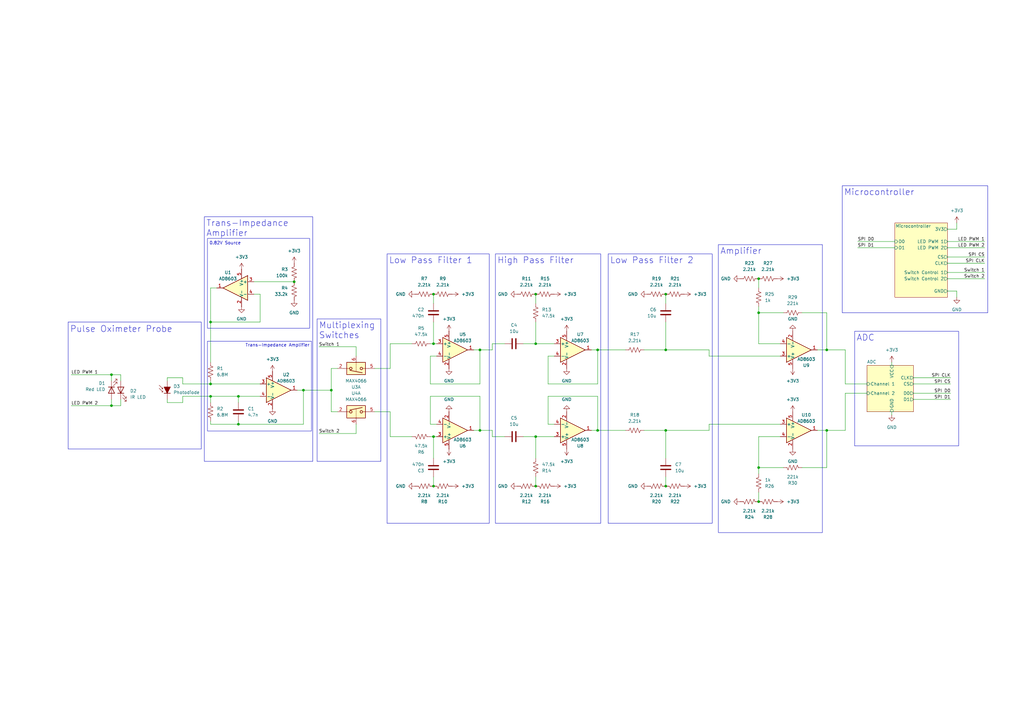
<source format=kicad_sch>
(kicad_sch (version 20231120) (generator "eeschema") (generator_version "8.0")
  (paper "A3")
  (title_block (title "Pulse Oximeter") (date "2024-03-07") (rev "1") (company "ENGS 129") (comment 1 "Renan Laurore") (comment 2 "Andrei Gerashchenko"))
  (lib_symbols
    (symbol "Amplifier_Operational:AD8603" (pin_names (offset 0.127))
      (property "Reference" "U" (at 0 5.08 0))
      (property "Value" "AD8603" (at 0 -5.08 0))
      (symbol "AD8603_0_1"
        (polyline (pts (xy -5.08 5.08) (xy 5.08 0) (xy -5.08 -5.08) (xy -5.08 5.08)) (stroke (width 0.254)) (fill (type background)))
        (pin power_in line (at -2.54 -7.62 90) (length 3.81) (name "V-") (number "2"))
        (pin power_in line (at -2.54 7.62 270) (length 3.81) (name "V+") (number "5"))
      )
      (symbol "AD8603_1_1"
        (pin output line (at 7.62 0 180) (length 2.54) (name "~") (number "1"))
        (pin input line (at -7.62 2.54 0) (length 2.54) (name "+") (number "3"))
        (pin input line (at -7.62 -2.54 0) (length 2.54) (name "-") (number "4"))
      )
    )
    (symbol "Analog_Switch:DG9422DV" (pin_names (offset 0.254))
      (property "Reference" "U" (at -3.683 5.334 0))
      (property "Value" "DG9422DV" (at -3.683 3.556 0))
      (symbol "DG9422DV_1_1"
        (rectangle (start -3.81 2.54) (end 3.81 -2.54) (stroke (width 0.254)) (fill (type background)))
        (circle (center -2.159 0) (radius 0.508) (stroke (width 0.254)))
        (polyline (pts (xy -5.08 0) (xy -2.794 0)))
        (polyline (pts (xy -2.54 0.762) (xy 2.54 1.778)) (stroke (width 0.254)))
        (polyline (pts (xy 0 -2.54) (xy 0 -2.032)))
        (polyline (pts (xy 0 -1.778) (xy 0 -1.524)))
        (polyline (pts (xy 0 -1.27) (xy 0 -1.016)))
        (polyline (pts (xy 0 -0.762) (xy 0 -0.508)))
        (polyline (pts (xy 0 -0.254) (xy 0 0)))
        (polyline (pts (xy 0 0.254) (xy 0 0.508)))
        (polyline (pts (xy 0 0.762) (xy 0 1.016)))
        (polyline (pts (xy 5.08 0) (xy 2.794 0)))
        (circle (center 2.159 0) (radius 0.508) (stroke (width 0.254)))
        (pin passive line (at -7.62 0 0) (length 2.54) (name "~") (number "2"))
        (pin passive line (at 7.62 0 180) (length 2.54) (name "~") (number "5"))
        (pin input line (at 0 -5.08 90) (length 2.54) (name "~") (number "6"))
      )
      (symbol "DG9422DV_2_0"
        (pin power_in line (at 0 12.7 270) (length 2.54) (name "V+") (number "1"))
        (pin power_in line (at 2.54 -12.7 90) (length 2.54) (name "V-") (number "3"))
        (pin power_in line (at 0 -12.7 90) (length 2.54) (name "GND") (number "4"))
      )
      (symbol "DG9422DV_2_1"
        (rectangle (start -3.81 10.16) (end 6.35 -10.16) (stroke (width 0.254)) (fill (type background)))
      )
    )
    (symbol "Device:C" (pin_numbers hide) (pin_names (offset 0.254))
      (property "Reference" "C" (at 0.635 2.54 0))
      (property "Value" "C" (at 0.635 -2.54 0))
      (symbol "C_0_1"
        (polyline (pts (xy -2.032 -0.762) (xy 2.032 -0.762)) (stroke (width 0.508)))
        (polyline (pts (xy -2.032 0.762) (xy 2.032 0.762)) (stroke (width 0.508)))
      )
      (symbol "C_1_1"
        (pin passive line (at 0 3.81 270) (length 2.794) (name "~") (number "1"))
        (pin passive line (at 0 -3.81 90) (length 2.794) (name "~") (number "2"))
      )
    )
    (symbol "Device:D_Photo_Filled" (pin_numbers hide) (pin_names hide)
      (property "Reference" "D" (at 0.508 1.778 0))
      (property "Value" "D_Photo_Filled" (at -1.016 -2.794 0))
      (symbol "D_Photo_Filled_0_1"
        (polyline (pts (xy -2.54 1.27) (xy -2.54 -1.27)) (stroke (width 0.254)))
        (polyline (pts (xy -2.032 1.778) (xy -1.524 1.778)))
        (polyline (pts (xy 0 0) (xy -2.54 0)))
        (polyline (pts (xy -0.508 3.302) (xy -2.032 1.778) (xy -2.032 2.286)))
        (polyline (pts (xy 0 -1.27) (xy 0 1.27) (xy -2.54 0) (xy 0 -1.27)) (stroke (width 0.254)) (fill (type outline)))
        (polyline (pts (xy 0.762 3.302) (xy -0.762 1.778) (xy -0.762 2.286) (xy -0.762 1.778) (xy -0.254 1.778)))
      )
      (symbol "D_Photo_Filled_1_1"
        (pin passive line (at -5.08 0 0) (length 2.54) (name "K") (number "1"))
        (pin passive line (at 2.54 0 180) (length 2.54) (name "A") (number "2"))
      )
    )
    (symbol "Device:LED" (pin_numbers hide) (pin_names (offset 1.016) hide)
      (property "Reference" "D" (at 0 2.54 0))
      (property "Value" "LED" (at 0 -2.54 0))
      (symbol "LED_0_1"
        (polyline (pts (xy -1.27 -1.27) (xy -1.27 1.27)) (stroke (width 0.254)))
        (polyline (pts (xy -1.27 0) (xy 1.27 0)))
        (polyline (pts (xy 1.27 -1.27) (xy 1.27 1.27) (xy -1.27 0) (xy 1.27 -1.27)) (stroke (width 0.254)))
        (polyline (pts (xy -3.048 -0.762) (xy -4.572 -2.286) (xy -3.81 -2.286) (xy -4.572 -2.286) (xy -4.572 -1.524)))
        (polyline (pts (xy -1.778 -0.762) (xy -3.302 -2.286) (xy -2.54 -2.286) (xy -3.302 -2.286) (xy -3.302 -1.524)))
      )
      (symbol "LED_1_1"
        (pin passive line (at -3.81 0 0) (length 2.54) (name "K") (number "1"))
        (pin passive line (at 3.81 0 180) (length 2.54) (name "A") (number "2"))
      )
    )
    (symbol "Device:R_US" (pin_numbers hide) (pin_names (offset 0))
      (property "Reference" "R" (at 2.54 0 90))
      (property "Value" "R_US" (at -2.54 0 90))
      (symbol "R_US_0_1"
        (polyline (pts (xy 0 -2.286) (xy 0 -2.54)))
        (polyline (pts (xy 0 2.286) (xy 0 2.54)))
        (polyline (pts (xy 0 -0.762) (xy 1.016 -1.143) (xy 0 -1.524) (xy -1.016 -1.905) (xy 0 -2.286)))
        (polyline (pts (xy 0 0.762) (xy 1.016 0.381) (xy 0 0) (xy -1.016 -0.381) (xy 0 -0.762)))
        (polyline (pts (xy 0 2.286) (xy 1.016 1.905) (xy 0 1.524) (xy -1.016 1.143) (xy 0 0.762)))
      )
      (symbol "R_US_1_1"
        (pin passive line (at 0 3.81 270) (length 1.27) (name "~") (number "1"))
        (pin passive line (at 0 -3.81 90) (length 1.27) (name "~") (number "2"))
      )
    )
    (symbol "power:+3V3" (power) (pin_numbers hide) (pin_names (offset 0) hide)
      (property "Value" "+3V3" (at 0 3.556 0))
      (symbol "+3V3_0_1"
        (polyline (pts (xy -0.762 1.27) (xy 0 2.54)))
        (polyline (pts (xy 0 0) (xy 0 2.54)))
        (polyline (pts (xy 0 2.54) (xy 0.762 1.27)))
      )
      (symbol "+3V3_1_1"
        (pin power_in line (at 0 0 90) (length 0) (name "~") (number "1"))
      )
    )
    (symbol "power:GND" (power) (pin_numbers hide) (pin_names (offset 0) hide)
      (property "Value" "GND" (at 0 -3.81 0))
      (symbol "GND_0_1"
        (polyline (pts (xy 0 0) (xy 0 -1.27) (xy 1.27 -1.27) (xy 0 -2.54) (xy -1.27 -1.27) (xy 0 -1.27)))
      )
      (symbol "GND_1_1"
        (pin power_in line (at 0 0 270) (length 0) (name "~") (number "1"))
      )
    )
  )
  (junction (at 86.36 162.56))
  (junction (at 97.79 173.99))
  (junction (at 45.72 153.67))
  (junction (at 339.09 143.51))
  (junction (at 219.71 199.39))
  (junction (at 311.15 205.74))
  (junction (at 273.05 199.39))
  (junction (at 177.8 199.39))
  (junction (at 45.72 166.37))
  (junction (at 245.11 176.53))
  (junction (at 124.46 160.02))
  (junction (at 86.36 132.08))
  (junction (at 97.79 162.56))
  (junction (at 135.89 160.02))
  (junction (at 196.85 176.53))
  (junction (at 339.09 176.53))
  (junction (at 219.71 120.65))
  (junction (at 311.15 114.3))
  (junction (at 196.85 143.51))
  (junction (at 120.65 115.57))
  (junction (at 86.36 157.48))
  (junction (at 245.11 143.51))
  (junction (at 311.15 128.27))
  (junction (at 311.15 191.77))
  (junction (at 219.71 140.97))
  (junction (at 273.05 120.65))
  (junction (at 177.8 179.07))
  (junction (at 177.8 120.65))
  (junction (at 273.05 176.53))
  (junction (at 219.71 179.07))
  (junction (at 177.8 140.97))
  (junction (at 273.05 143.51))
  (wire (pts (xy 168.91 179.07) (xy 160.02 179.07)))
  (wire (pts (xy 311.15 179.07) (xy 320.04 179.07)))
  (wire (pts (xy 388.62 111.76) (xy 403.86 111.76)))
  (wire (pts (xy 320.04 173.99) (xy 290.83 173.99)))
  (wire (pts (xy 328.93 128.27) (xy 339.09 128.27)))
  (wire (pts (xy 177.8 120.65) (xy 177.8 124.46)))
  (wire (pts (xy 290.83 176.53) (xy 273.05 176.53)))
  (wire (pts (xy 86.36 165.1) (xy 86.36 162.56)))
  (wire (pts (xy 346.71 157.48) (xy 346.71 143.51)))
  (wire (pts (xy 97.79 172.72) (xy 97.79 173.99)))
  (wire (pts (xy 273.05 143.51) (xy 273.05 132.08)))
  (wire (pts (xy 207.01 140.97) (xy 201.93 140.97)))
  (wire (pts (xy 124.46 160.02) (xy 121.92 160.02)))
  (wire (pts (xy 201.93 176.53) (xy 196.85 176.53)))
  (wire (pts (xy 86.36 172.72) (xy 86.36 173.99)))
  (wire (pts (xy 201.93 143.51) (xy 196.85 143.51)))
  (wire (pts (xy 29.21 153.67) (xy 45.72 153.67)))
  (wire (pts (xy 177.8 140.97) (xy 179.07 140.97)))
  (wire (pts (xy 97.79 162.56) (xy 106.68 162.56)))
  (wire (pts (xy 388.62 105.41) (xy 403.86 105.41)))
  (wire (pts (xy 219.71 140.97) (xy 227.33 140.97)))
  (wire (pts (xy 245.11 157.48) (xy 245.11 143.51)))
  (wire (pts (xy 227.33 146.05) (xy 224.79 146.05)))
  (wire (pts (xy 311.15 140.97) (xy 311.15 128.27)))
  (wire (pts (xy 86.36 157.48) (xy 106.68 157.48)))
  (wire (pts (xy 74.93 165.1) (xy 74.93 162.56)))
  (wire (pts (xy 339.09 176.53) (xy 346.71 176.53)))
  (wire (pts (xy 367.03 99.06) (xy 351.79 99.06)))
  (wire (pts (xy 146.05 173.99) (xy 146.05 177.8)))
  (wire (pts (xy 219.71 199.39) (xy 219.71 195.58)))
  (wire (pts (xy 45.72 153.67) (xy 45.72 156.21)))
  (wire (pts (xy 311.15 179.07) (xy 311.15 191.77)))
  (wire (pts (xy 224.79 162.56) (xy 245.11 162.56)))
  (wire (pts (xy 135.89 168.91) (xy 138.43 168.91)))
  (wire (pts (xy 45.72 166.37) (xy 49.53 166.37)))
  (wire (pts (xy 392.43 91.44) (xy 392.43 93.98)))
  (wire (pts (xy 124.46 160.02) (xy 135.89 160.02)))
  (wire (pts (xy 176.53 157.48) (xy 196.85 157.48)))
  (wire (pts (xy 392.43 93.98) (xy 388.62 93.98)))
  (wire (pts (xy 196.85 176.53) (xy 194.31 176.53)))
  (wire (pts (xy 219.71 132.08) (xy 219.71 140.97)))
  (wire (pts (xy 219.71 179.07) (xy 219.71 187.96)))
  (wire (pts (xy 196.85 143.51) (xy 194.31 143.51)))
  (wire (pts (xy 176.53 162.56) (xy 196.85 162.56)))
  (wire (pts (xy 177.8 199.39) (xy 177.8 195.58)))
  (wire (pts (xy 245.11 143.51) (xy 242.57 143.51)))
  (wire (pts (xy 135.89 160.02) (xy 135.89 168.91)))
  (wire (pts (xy 201.93 140.97) (xy 201.93 143.51)))
  (wire (pts (xy 264.16 143.51) (xy 273.05 143.51)))
  (wire (pts (xy 388.62 101.6) (xy 403.86 101.6)))
  (wire (pts (xy 196.85 157.48) (xy 196.85 143.51)))
  (wire (pts (xy 86.36 132.08) (xy 86.36 148.59)))
  (wire (pts (xy 176.53 173.99) (xy 176.53 162.56)))
  (wire (pts (xy 245.11 162.56) (xy 245.11 176.53)))
  (wire (pts (xy 311.15 191.77) (xy 321.31 191.77)))
  (wire (pts (xy 224.79 157.48) (xy 245.11 157.48)))
  (wire (pts (xy 160.02 140.97) (xy 160.02 151.13)))
  (wire (pts (xy 45.72 163.83) (xy 45.72 166.37)))
  (wire (pts (xy 177.8 187.96) (xy 177.8 179.07)))
  (wire (pts (xy 160.02 140.97) (xy 168.91 140.97)))
  (wire (pts (xy 311.15 205.74) (xy 311.15 201.93)))
  (wire (pts (xy 273.05 187.96) (xy 273.05 176.53)))
  (wire (pts (xy 365.76 168.91) (xy 365.76 170.18)))
  (wire (pts (xy 29.21 166.37) (xy 45.72 166.37)))
  (wire (pts (xy 68.58 154.94) (xy 68.58 156.21)))
  (wire (pts (xy 179.07 146.05) (xy 176.53 146.05)))
  (wire (pts (xy 86.36 132.08) (xy 106.68 132.08)))
  (wire (pts (xy 256.54 176.53) (xy 245.11 176.53)))
  (wire (pts (xy 214.63 179.07) (xy 219.71 179.07)))
  (wire (pts (xy 339.09 128.27) (xy 339.09 143.51)))
  (wire (pts (xy 273.05 199.39) (xy 273.05 195.58)))
  (wire (pts (xy 176.53 140.97) (xy 177.8 140.97)))
  (wire (pts (xy 88.9 118.11) (xy 86.36 118.11)))
  (wire (pts (xy 49.53 156.21) (xy 49.53 153.67)))
  (wire (pts (xy 146.05 142.24) (xy 146.05 146.05)))
  (wire (pts (xy 120.65 115.57) (xy 104.14 115.57)))
  (wire (pts (xy 201.93 179.07) (xy 201.93 176.53)))
  (wire (pts (xy 367.03 101.6) (xy 351.79 101.6)))
  (wire (pts (xy 49.53 166.37) (xy 49.53 163.83)))
  (wire (pts (xy 311.15 114.3) (xy 311.15 118.11)))
  (wire (pts (xy 219.71 120.65) (xy 219.71 124.46)))
  (wire (pts (xy 68.58 165.1) (xy 74.93 165.1)))
  (wire (pts (xy 388.62 114.3) (xy 403.86 114.3)))
  (wire (pts (xy 86.36 162.56) (xy 97.79 162.56)))
  (wire (pts (xy 86.36 118.11) (xy 86.36 132.08)))
  (wire (pts (xy 138.43 151.13) (xy 135.89 151.13)))
  (wire (pts (xy 346.71 161.29) (xy 355.6 161.29)))
  (wire (pts (xy 374.65 163.83) (xy 389.89 163.83)))
  (wire (pts (xy 320.04 146.05) (xy 290.83 146.05)))
  (wire (pts (xy 106.68 132.08) (xy 106.68 120.65)))
  (wire (pts (xy 346.71 176.53) (xy 346.71 161.29)))
  (wire (pts (xy 311.15 128.27) (xy 321.31 128.27)))
  (wire (pts (xy 311.15 128.27) (xy 311.15 125.73)))
  (wire (pts (xy 290.83 173.99) (xy 290.83 176.53)))
  (wire (pts (xy 224.79 173.99) (xy 224.79 162.56)))
  (wire (pts (xy 160.02 179.07) (xy 160.02 168.91)))
  (wire (pts (xy 339.09 143.51) (xy 335.28 143.51)))
  (wire (pts (xy 219.71 179.07) (xy 227.33 179.07)))
  (wire (pts (xy 311.15 191.77) (xy 311.15 194.31)))
  (wire (pts (xy 160.02 168.91) (xy 153.67 168.91)))
  (wire (pts (xy 177.8 179.07) (xy 179.07 179.07)))
  (wire (pts (xy 256.54 143.51) (xy 245.11 143.51)))
  (wire (pts (xy 74.93 162.56) (xy 86.36 162.56)))
  (wire (pts (xy 97.79 162.56) (xy 97.79 165.1)))
  (wire (pts (xy 160.02 151.13) (xy 153.67 151.13)))
  (wire (pts (xy 374.65 161.29) (xy 389.89 161.29)))
  (wire (pts (xy 86.36 173.99) (xy 97.79 173.99)))
  (wire (pts (xy 176.53 179.07) (xy 177.8 179.07)))
  (wire (pts (xy 135.89 151.13) (xy 135.89 160.02)))
  (wire (pts (xy 355.6 157.48) (xy 346.71 157.48)))
  (wire (pts (xy 97.79 173.99) (xy 124.46 173.99)))
  (wire (pts (xy 365.76 148.59) (xy 365.76 149.86)))
  (wire (pts (xy 388.62 99.06) (xy 403.86 99.06)))
  (wire (pts (xy 86.36 156.21) (xy 86.36 157.48)))
  (wire (pts (xy 273.05 120.65) (xy 273.05 124.46)))
  (wire (pts (xy 179.07 173.99) (xy 176.53 173.99)))
  (wire (pts (xy 74.93 154.94) (xy 68.58 154.94)))
  (wire (pts (xy 328.93 191.77) (xy 339.09 191.77)))
  (wire (pts (xy 388.62 107.95) (xy 403.86 107.95)))
  (wire (pts (xy 311.15 140.97) (xy 320.04 140.97)))
  (wire (pts (xy 45.72 153.67) (xy 49.53 153.67)))
  (wire (pts (xy 106.68 120.65) (xy 104.14 120.65)))
  (wire (pts (xy 339.09 191.77) (xy 339.09 176.53)))
  (wire (pts (xy 335.28 176.53) (xy 339.09 176.53)))
  (wire (pts (xy 74.93 157.48) (xy 86.36 157.48)))
  (wire (pts (xy 68.58 163.83) (xy 68.58 165.1)))
  (wire (pts (xy 146.05 142.24) (xy 130.81 142.24)))
  (wire (pts (xy 196.85 162.56) (xy 196.85 176.53)))
  (wire (pts (xy 214.63 140.97) (xy 219.71 140.97)))
  (wire (pts (xy 245.11 176.53) (xy 242.57 176.53)))
  (wire (pts (xy 224.79 146.05) (xy 224.79 157.48)))
  (wire (pts (xy 273.05 176.53) (xy 264.16 176.53)))
  (wire (pts (xy 74.93 157.48) (xy 74.93 154.94)))
  (wire (pts (xy 374.65 157.48) (xy 389.89 157.48)))
  (wire (pts (xy 392.43 119.38) (xy 388.62 119.38)))
  (wire (pts (xy 290.83 146.05) (xy 290.83 143.51)))
  (wire (pts (xy 227.33 173.99) (xy 224.79 173.99)))
  (wire (pts (xy 124.46 173.99) (xy 124.46 160.02)))
  (wire (pts (xy 207.01 179.07) (xy 201.93 179.07)))
  (wire (pts (xy 346.71 143.51) (xy 339.09 143.51)))
  (wire (pts (xy 374.65 154.94) (xy 389.89 154.94)))
  (wire (pts (xy 176.53 146.05) (xy 176.53 157.48)))
  (wire (pts (xy 146.05 177.8) (xy 130.81 177.8)))
  (wire (pts (xy 290.83 143.51) (xy 273.05 143.51)))
  (wire (pts (xy 392.43 121.92) (xy 392.43 119.38)))
  (wire (pts (xy 177.8 132.08) (xy 177.8 140.97)))
  (rectangle (start 158.75 104.14) (end 200.66 214.63))
  (rectangle (start 83.82 88.9) (end 128.27 189.23))
  (rectangle (start 345.44 76.2) (end 405.13 128.27))
  (rectangle (start 294.64 100.33) (end 337.312 218.44))
  (rectangle (start 85.09 139.954) (end 127.762 176.784))
  (rectangle (start 350.52 135.89) (end 393.192 182.88))
  (rectangle (start 130.048 130.81) (end 156.21 189.23))
  (rectangle (start 203.2 104.14) (end 246.38 214.63))
  (rectangle (start 27.94 132.08) (end 82.55 184.15))
  (rectangle (start 249.428 104.14) (end 292.1 214.63))
  (rectangle (start 85.09 97.79) (end 127 134.62))
  (text "Multiplexing\nSwitches" (at 130.81 132.08 0) (effects (font (size 2.54 2.54)) (justify left top)))
  (text "Trans-Impedance\nAmplifier" (at 84.582 90.17 0) (effects (font (size 2.54 2.54)) (justify left top)))
  (text "ADC" (at 351.282 137.16 0) (effects (font (size 2.54 2.54)) (justify left top)))
  (text "Pulse Oximeter Probe" (at 28.702 133.604 0) (effects (font (size 2.54 2.54)) (justify left top)))
  (text "Amplifier" (at 295.402 101.6 0) (effects (font (size 2.54 2.54)) (justify left top)))
  (text "Trans-Impedance Amplifier" (at 127 140.97 0) (effects (font (size 1.27 1.27)) (justify right top)))
  (text "0.82V Source" (at 85.852 99.06 0) (effects (font (size 1.27 1.27)) (justify left top)))
  (text "Low Pass Filter 1" (at 159.512 105.41 0) (effects (font (size 2.54 2.54)) (justify left top)))
  (text "Microcontroller" (at 346.202 77.47 0) (effects (font (size 2.54 2.54)) (justify left top)))
  (text "High Pass Filter" (at 203.962 105.41 0) (effects (font (size 2.54 2.54)) (justify left top)))
  (text "Low Pass Filter 2\n" (at 250.19 105.41 0) (effects (font (size 2.54 2.54)) (justify left top)))
  (label "SPI D0" (at 351.79 99.06 0))
  (label "Switch 2" (at 403.86 114.3 180))
  (label "LED PWM 2" (at 403.86 101.6 180))
  (label "LED PWM 1" (at 403.86 99.06 180))
  (label "Switch 1" (at 130.81 142.24 0))
  (label "SPI D0" (at 389.89 161.29 180))
  (label "SPI CS" (at 403.86 105.41 180))
  (label "Switch 2" (at 130.81 177.8 0))
  (label "SPI CLK" (at 403.86 107.95 180))
  (label "LED PWM 1" (at 29.21 153.67 0))
  (label "SPI D1" (at 389.89 163.83 180))
  (label "Switch 1" (at 403.86 111.76 180))
  (label "SPI D1" (at 351.79 101.6 0))
  (label "SPI CS" (at 389.89 157.48 180))
  (label "SPI CLK" (at 389.89 154.94 180))
  (label "LED PWM 2" (at 29.21 166.37 0))
  (symbol (lib_id "Device:R_US") (at 120.65 119.38 0) (mirror y) (unit 1)
    (property "Reference" "R4" (at 118.11 118.1099 0) (effects (justify left)))
    (property "Value" "33.2k" (at 118.11 120.6499 0) (effects (justify left)))
    (property "Description" "Resistor, US symbol" (effects (hide yes)))
  )
  (symbol (lib_id "power:GND") (at 303.53 114.3 270) (unit 1)
    (property "Reference" "#PWR027" (effects (hide yes)))
    (property "Value" "GND" (at 299.72 114.2999 90) (effects (justify right)))
    (property "Description" "Power symbol creates a global label with name \"GND\" , ground" (effects (hide yes)))
  )
  (symbol (lib_id "Device:R_US") (at 172.72 140.97 90) (unit 1)
    (property "Reference" "R5" (at 172.72 134.62 90))
    (property "Value" "47.5k" (at 172.72 137.16 90))
    (property "Description" "Resistor, US symbol" (effects (hide yes)))
  )
  (symbol (lib_id "Device:R_US") (at 260.35 176.53 90) (unit 1)
    (property "Reference" "R18" (at 260.35 170.18 90))
    (property "Value" "2.21k" (at 260.35 172.72 90))
    (property "Description" "Resistor, US symbol" (effects (hide yes)))
  )
  (symbol (lib_id "power:GND") (at 303.53 205.74 270) (mirror x) (unit 1)
    (property "Reference" "#PWR028" (effects (hide yes)))
    (property "Value" "GND" (at 299.72 205.7401 90) (effects (justify right)))
    (property "Description" "Power symbol creates a global label with name \"GND\" , ground" (effects (hide yes)))
  )
  (symbol (lib_id "Device:D_Photo_Filled") (at 68.58 158.75 90) (unit 1)
    (property "Reference" "D3" (at 71.12 158.4324 90) (effects (justify right)))
    (property "Value" "Photodiode" (at 71.12 160.9724 90) (effects (justify right)))
    (property "Description" "Photodiode, filled shape" (effects (hide yes)))
  )
  (symbol (lib_id "power:GND") (at 170.18 120.65 270) (unit 1)
    (property "Reference" "#PWR07" (effects (hide yes)))
    (property "Value" "GND" (at 166.37 120.6499 90) (effects (justify right)))
    (property "Description" "Power symbol creates a global label with name \"GND\" , ground" (effects (hide yes)))
  )
  (symbol (lib_id "Device:R_US") (at 86.36 152.4 0) (unit 1)
    (property "Reference" "R1" (at 88.9 151.1299 0) (effects (justify left)))
    (property "Value" "6.8M" (at 88.9 153.6699 0) (effects (justify left)))
    (property "Description" "Resistor, US symbol" (effects (hide yes)))
  )
  (symbol (lib_id "power:+3V3") (at 325.12 151.13 0) (mirror x) (unit 1)
    (property "Reference" "#PWR032" (effects (hide yes)))
    (property "Value" "+3V3" (at 325.12 156.21 0))
    (property "Description" "Power symbol creates a global label with name \"+3V3\"" (effects (hide yes)))
  )
  (symbol (lib_id "Amplifier_Operational:AD8603") (at 234.95 176.53 0) (mirror x) (unit 1)
    (property "Reference" "U8" (at 237.998 182.88 0))
    (property "Value" "AD8603" (at 237.998 180.34 0))
    (property "Footprint" "Package_TO_SOT_SMD:TSOT-23-5" (effects (hide yes)))
    (property "Datasheet" "https://www.analog.com/media/en/technical-documentation/data-sheets/AD8603_8607_8609.pdf" (effects (hide yes)))
    (property "Description" "Precision Micropower, Low Noise CMOS, Rail-to-Rail Input/Output Operational Amplifier, TSOT-23-5" (effects (hide yes)))
  )
  (symbol (lib_id "power:+3V3") (at 185.42 120.65 270) (unit 1)
    (property "Reference" "#PWR013" (effects (hide yes)))
    (property "Value" "+3V3" (at 189.23 120.6499 90) (effects (justify left)))
    (property "Description" "Power symbol creates a global label with name \"+3V3\"" (effects (hide yes)))
  )
  (symbol (lib_id "power:GND") (at 232.41 151.13 0) (unit 1)
    (property "Reference" "#PWR020" (effects (hide yes)))
    (property "Value" "GND" (at 232.41 156.21 0))
    (property "Description" "Power symbol creates a global label with name \"GND\" , ground" (effects (hide yes)))
  )
  (symbol (lib_id "power:GND") (at 325.12 135.89 0) (mirror x) (unit 1)
    (property "Reference" "#PWR031" (effects (hide yes)))
    (property "Value" "GND" (at 325.12 130.81 0))
    (property "Description" "Power symbol creates a global label with name \"GND\" , ground" (effects (hide yes)))
  )
  (symbol (lib_id "Device:R_US") (at 173.99 199.39 270) (mirror x) (unit 1)
    (property "Reference" "R8" (at 173.99 205.74 90))
    (property "Value" "2.21k" (at 173.99 203.2 90))
    (property "Description" "Resistor, US symbol" (effects (hide yes)))
  )
  (symbol (lib_id "power:+3V3") (at 227.33 199.39 270) (mirror x) (unit 1)
    (property "Reference" "#PWR018" (effects (hide yes)))
    (property "Value" "+3V3" (at 231.14 199.3901 90) (effects (justify left)))
    (property "Description" "Power symbol creates a global label with name \"+3V3\"" (effects (hide yes)))
  )
  (symbol (lib_id "Device:C") (at 273.05 128.27 0) (mirror x) (unit 1)
    (property "Reference" "C6" (at 269.24 126.9999 0) (effects (justify right)))
    (property "Value" "10u" (at 269.24 129.5399 0) (effects (justify right)))
    (property "Description" "Unpolarized capacitor" (effects (hide yes)))
  )
  (symbol (lib_id "Device:R_US") (at 307.34 114.3 270) (unit 1)
    (property "Reference" "R23" (at 307.34 107.95 90))
    (property "Value" "2.21k" (at 307.34 110.49 90))
    (property "Description" "Resistor, US symbol" (effects (hide yes)))
  )
  (symbol (lib_id "Analog_Switch:DG9422DV") (at 146.05 168.91 0) (unit 1)
    (property "Reference" "U4" (at 146.05 161.29 0))
    (property "Value" "MAX4066" (at 146.05 163.83 0))
    (property "Footprint" "Package_SO:TSOP-6_1.65x3.05mm_P0.95mm" (effects (hide yes)))
    (property "Datasheet" "https://www.vishay.com/docs/70679/dg9421.pdf" (effects (hide yes)))
    (property "Description" "Single SPST Precision Low-Voltage, Low-Glitch CMOS Analog Switch, normally OFF, 2Ohm Ron, TSOP-6" (effects (hide yes)))
  )
  (symbol (lib_id "power:+3V3") (at 111.76 152.4 0) (unit 1)
    (property "Reference" "#PWR03" (effects (hide yes)))
    (property "Value" "+3V3" (at 111.76 147.32 0))
    (property "Description" "Power symbol creates a global label with name \"+3V3\"" (effects (hide yes)))
  )
  (symbol (lib_id "Device:C") (at 210.82 140.97 270) (mirror x) (unit 1)
    (property "Reference" "C4" (at 210.82 133.35 90))
    (property "Value" "10u" (at 210.82 135.89 90))
    (property "Description" "Unpolarized capacitor" (effects (hide yes)))
  )
  (symbol (lib_id "power:+3V3") (at 232.41 135.89 0) (unit 1)
    (property "Reference" "#PWR019" (effects (hide yes)))
    (property "Value" "+3V3" (at 232.41 130.81 0))
    (property "Description" "Power symbol creates a global label with name \"+3V3\"" (effects (hide yes)))
  )
  (symbol (lib_id "Device:C") (at 97.79 168.91 0) (unit 1)
    (property "Reference" "C1" (at 101.6 167.6399 0) (effects (justify left)))
    (property "Value" "4.7n" (at 101.6 170.1799 0) (effects (justify left)))
    (property "Description" "Unpolarized capacitor" (effects (hide yes)))
  )
  (symbol (lib_id "Device:R_US") (at 215.9 120.65 270) (unit 1)
    (property "Reference" "R11" (at 215.9 114.3 90))
    (property "Value" "2.21k" (at 215.9 116.84 90))
    (property "Description" "Resistor, US symbol" (effects (hide yes)))
  )
  (symbol (lib_id "power:+3V3") (at 120.65 107.95 0) (mirror y) (unit 1)
    (property "Reference" "#PWR05" (effects (hide yes)))
    (property "Value" "+3V3" (at 120.65 102.87 0))
    (property "Description" "Power symbol creates a global label with name \"+3V3\"" (effects (hide yes)))
  )
  (symbol (lib_id "power:GND") (at 184.15 168.91 0) (mirror x) (unit 1)
    (property "Reference" "#PWR011" (effects (hide yes)))
    (property "Value" "GND" (at 184.15 163.83 0))
    (property "Description" "Power symbol creates a global label with name \"GND\" , ground" (effects (hide yes)))
  )
  (symbol (lib_id "Device:R_US") (at 260.35 143.51 90) (unit 1)
    (property "Reference" "R17" (at 260.35 137.16 90))
    (property "Value" "2.21k" (at 260.35 139.7 90))
    (property "Description" "Resistor, US symbol" (effects (hide yes)))
  )
  (symbol (lib_id "Device:C") (at 210.82 179.07 270) (unit 1)
    (property "Reference" "C5" (at 210.82 171.45 90))
    (property "Value" "10u" (at 210.82 173.99 90))
    (property "Description" "Unpolarized capacitor" (effects (hide yes)))
  )
  (symbol (lib_id "Device:R_US") (at 223.52 120.65 270) (unit 1)
    (property "Reference" "R15" (at 223.52 114.3 90))
    (property "Value" "2.21k" (at 223.52 116.84 90))
    (property "Description" "Resistor, US symbol" (effects (hide yes)))
  )
  (symbol (lib_id "Amplifier_Operational:AD8603") (at 234.95 143.51 0) (unit 1)
    (property "Reference" "U7" (at 237.998 137.16 0))
    (property "Value" "AD8603" (at 237.998 139.7 0))
    (property "Footprint" "Package_TO_SOT_SMD:TSOT-23-5" (effects (hide yes)))
    (property "Datasheet" "https://www.analog.com/media/en/technical-documentation/data-sheets/AD8603_8607_8609.pdf" (effects (hide yes)))
    (property "Description" "Precision Micropower, Low Noise CMOS, Rail-to-Rail Input/Output Operational Amplifier, TSOT-23-5" (effects (hide yes)))
  )
  (symbol (lib_id "Device:R_US") (at 120.65 111.76 0) (mirror y) (unit 1)
    (property "Reference" "R3" (at 118.11 110.4899 0) (effects (justify left)))
    (property "Value" "100k" (at 118.11 113.0299 0) (effects (justify left)))
    (property "Description" "Resistor, US symbol" (effects (hide yes)))
  )
  (symbol (lib_id "power:GND") (at 99.06 125.73 0) (mirror y) (unit 1)
    (property "Reference" "#PWR02" (effects (hide yes)))
    (property "Value" "GND" (at 99.06 130.81 0))
    (property "Description" "Power symbol creates a global label with name \"GND\" , ground" (effects (hide yes)))
  )
  (symbol (lib_id "Device:R_US") (at 314.96 205.74 270) (mirror x) (unit 1)
    (property "Reference" "R28" (at 314.96 212.09 90))
    (property "Value" "2.21k" (at 314.96 209.55 90))
    (property "Description" "Resistor, US symbol" (effects (hide yes)))
  )
  (symbol (lib_id "Device:R_US") (at 325.12 128.27 90) (unit 1)
    (property "Reference" "R29" (at 325.12 121.92 90))
    (property "Value" "221k" (at 325.12 124.46 90))
    (property "Description" "Resistor, US symbol" (effects (hide yes)))
  )
  (symbol (lib_id "power:+3V3") (at 280.67 120.65 270) (unit 1)
    (property "Reference" "#PWR025" (effects (hide yes)))
    (property "Value" "+3V3" (at 284.48 120.6499 90) (effects (justify left)))
    (property "Description" "Power symbol creates a global label with name \"+3V3\"" (effects (hide yes)))
  )
  (symbol (lib_id "power:GND") (at 212.09 199.39 270) (mirror x) (unit 1)
    (property "Reference" "#PWR016" (effects (hide yes)))
    (property "Value" "GND" (at 208.28 199.3901 90) (effects (justify right)))
    (property "Description" "Power symbol creates a global label with name \"GND\" , ground" (effects (hide yes)))
  )
  (symbol (lib_id "Device:C") (at 177.8 128.27 0) (mirror x) (unit 1)
    (property "Reference" "C2" (at 173.99 126.9999 0) (effects (justify right)))
    (property "Value" "470n" (at 173.99 129.5399 0) (effects (justify right)))
    (property "Description" "Unpolarized capacitor" (effects (hide yes)))
  )
  (symbol (lib_id "power:+3V3") (at 280.67 199.39 270) (mirror x) (unit 1)
    (property "Reference" "#PWR026" (effects (hide yes)))
    (property "Value" "+3V3" (at 284.48 199.3901 90) (effects (justify left)))
    (property "Description" "Power symbol creates a global label with name \"+3V3\"" (effects (hide yes)))
  )
  (symbol (lib_id "power:+3V3") (at 185.42 199.39 270) (mirror x) (unit 1)
    (property "Reference" "#PWR014" (effects (hide yes)))
    (property "Value" "+3V3" (at 189.23 199.3901 90) (effects (justify left)))
    (property "Description" "Power symbol creates a global label with name \"+3V3\"" (effects (hide yes)))
  )
  (symbol (lib_id "Device:R_US") (at 276.86 120.65 270) (unit 1)
    (property "Reference" "R21" (at 276.86 114.3 90))
    (property "Value" "2.21k" (at 276.86 116.84 90))
    (property "Description" "Resistor, US symbol" (effects (hide yes)))
  )
  (symbol (lib_id "Device:R_US") (at 314.96 114.3 270) (unit 1)
    (property "Reference" "R27" (at 314.96 107.95 90))
    (property "Value" "2.21k" (at 314.96 110.49 90))
    (property "Description" "Resistor, US symbol" (effects (hide yes)))
  )
  (symbol (lib_id "Amplifier_Operational:AD8603") (at 96.52 118.11 0) (mirror y) (unit 1)
    (property "Reference" "U1" (at 93.472 111.76 0))
    (property "Value" "AD8603" (at 93.472 114.3 0))
    (property "Footprint" "Package_TO_SOT_SMD:TSOT-23-5" (effects (hide yes)))
    (property "Datasheet" "https://www.analog.com/media/en/technical-documentation/data-sheets/AD8603_8607_8609.pdf" (effects (hide yes)))
    (property "Description" "Precision Micropower, Low Noise CMOS, Rail-to-Rail Input/Output Operational Amplifier, TSOT-23-5" (effects (hide yes)))
  )
  (symbol (lib_id "Device:R_US") (at 181.61 199.39 270) (mirror x) (unit 1)
    (property "Reference" "R10" (at 181.61 205.74 90))
    (property "Value" "2.21k" (at 181.61 203.2 90))
    (property "Description" "Resistor, US symbol" (effects (hide yes)))
  )
  (symbol (lib_id "Device:LED") (at 45.72 160.02 90) (mirror x) (unit 1)
    (property "Reference" "D1" (at 43.18 157.1624 90) (effects (justify left)))
    (property "Value" "Red LED" (at 43.18 159.7024 90) (effects (justify left)))
    (property "Description" "Light emitting diode" (effects (hide yes)))
  )
  (symbol (lib_id "Device:C") (at 177.8 191.77 0) (unit 1)
    (property "Reference" "C3" (at 173.99 193.0401 0) (effects (justify right)))
    (property "Value" "470n" (at 173.99 190.5001 0) (effects (justify right)))
    (property "Description" "Unpolarized capacitor" (effects (hide yes)))
  )
  (symbol (lib_id "power:GND") (at 325.12 184.15 0) (unit 1)
    (property "Reference" "#PWR034" (effects (hide yes)))
    (property "Value" "GND" (at 325.12 189.23 0))
    (property "Description" "Power symbol creates a global label with name \"GND\" , ground" (effects (hide yes)))
  )
  (symbol (lib_id "power:GND") (at 265.43 199.39 270) (mirror x) (unit 1)
    (property "Reference" "#PWR024" (effects (hide yes)))
    (property "Value" "GND" (at 261.62 199.3901 90) (effects (justify right)))
    (property "Description" "Power symbol creates a global label with name \"GND\" , ground" (effects (hide yes)))
  )
  (symbol (lib_id "power:GND") (at 265.43 120.65 270) (unit 1)
    (property "Reference" "#PWR023" (effects (hide yes)))
    (property "Value" "GND" (at 261.62 120.6499 90) (effects (justify right)))
    (property "Description" "Power symbol creates a global label with name \"GND\" , ground" (effects (hide yes)))
  )
  (symbol (lib_id "Device:R_US") (at 219.71 191.77 0) (mirror x) (unit 1)
    (property "Reference" "R14" (at 222.25 193.0401 0) (effects (justify left)))
    (property "Value" "47.5k" (at 222.25 190.5001 0) (effects (justify left)))
    (property "Description" "Resistor, US symbol" (effects (hide yes)))
  )
  (symbol (lib_id "power:+3V3") (at 227.33 120.65 270) (unit 1)
    (property "Reference" "#PWR017" (effects (hide yes)))
    (property "Value" "+3V3" (at 231.14 120.6499 90) (effects (justify left)))
    (property "Description" "Power symbol creates a global label with name \"+3V3\"" (effects (hide yes)))
  )
  (symbol (lib_id "power:+3V3") (at 184.15 184.15 0) (mirror x) (unit 1)
    (property "Reference" "#PWR012" (effects (hide yes)))
    (property "Value" "+3V3" (at 184.15 189.23 0))
    (property "Description" "Power symbol creates a global label with name \"+3V3\"" (effects (hide yes)))
  )
  (symbol (lib_id "power:+3V3") (at 99.06 110.49 0) (mirror y) (unit 1)
    (property "Reference" "#PWR01" (effects (hide yes)))
    (property "Value" "+3V3" (at 99.06 105.41 0))
    (property "Description" "Power symbol creates a global label with name \"+3V3\"" (effects (hide yes)))
  )
  (symbol (lib_id "Device:R_US") (at 223.52 199.39 270) (mirror x) (unit 1)
    (property "Reference" "R16" (at 223.52 205.74 90))
    (property "Value" "2.21k" (at 223.52 203.2 90))
    (property "Description" "Resistor, US symbol" (effects (hide yes)))
  )
  (symbol (lib_id "power:GND") (at 232.41 168.91 0) (mirror x) (unit 1)
    (property "Reference" "#PWR021" (effects (hide yes)))
    (property "Value" "GND" (at 232.41 163.83 0))
    (property "Description" "Power symbol creates a global label with name \"GND\" , ground" (effects (hide yes)))
  )
  (symbol (lib_id "Amplifier_Operational:AD8603") (at 186.69 176.53 0) (mirror x) (unit 1)
    (property "Reference" "U6" (at 189.738 182.88 0))
    (property "Value" "AD8603" (at 189.738 180.34 0))
    (property "Footprint" "Package_TO_SOT_SMD:TSOT-23-5" (effects (hide yes)))
    (property "Datasheet" "https://www.analog.com/media/en/technical-documentation/data-sheets/AD8603_8607_8609.pdf" (effects (hide yes)))
    (property "Description" "Precision Micropower, Low Noise CMOS, Rail-to-Rail Input/Output Operational Amplifier, TSOT-23-5" (effects (hide yes)))
  )
  (symbol (lib_id "Device:R_US") (at 276.86 199.39 270) (mirror x) (unit 1)
    (property "Reference" "R22" (at 276.86 205.74 90))
    (property "Value" "2.21k" (at 276.86 203.2 90))
    (property "Description" "Resistor, US symbol" (effects (hide yes)))
  )
  (symbol (lib_id "Device:R_US") (at 307.34 205.74 270) (mirror x) (unit 1)
    (property "Reference" "R24" (at 307.34 212.09 90))
    (property "Value" "2.21k" (at 307.34 209.55 90))
    (property "Description" "Resistor, US symbol" (effects (hide yes)))
  )
  (symbol (lib_id "Analog_Switch:DG9422DV") (at 146.05 151.13 0) (mirror x) (unit 1)
    (property "Reference" "U3" (at 146.05 158.75 0))
    (property "Value" "MAX4066" (at 146.05 156.21 0))
    (property "Footprint" "Package_SO:TSOP-6_1.65x3.05mm_P0.95mm" (effects (hide yes)))
    (property "Datasheet" "https://www.vishay.com/docs/70679/dg9421.pdf" (effects (hide yes)))
    (property "Description" "Single SPST Precision Low-Voltage, Low-Glitch CMOS Analog Switch, normally OFF, 2Ohm Ron, TSOP-6" (effects (hide yes)))
  )
  (symbol (lib_id "power:GND") (at 111.76 167.64 0) (unit 1)
    (property "Reference" "#PWR04" (effects (hide yes)))
    (property "Value" "GND" (at 111.76 172.72 0))
    (property "Description" "Power symbol creates a global label with name \"GND\" , ground" (effects (hide yes)))
  )
  (symbol (lib_id "power:+3V3") (at 365.76 148.59 0) (unit 1)
    (property "Reference" "#PWR035" (effects (hide yes)))
    (property "Value" "+3V3" (at 365.76 143.51 0))
    (property "Description" "Power symbol creates a global label with name \"+3V3\"" (effects (hide yes)))
  )
  (symbol (lib_id "power:+3V3") (at 318.77 205.74 270) (mirror x) (unit 1)
    (property "Reference" "#PWR030" (effects (hide yes)))
    (property "Value" "+3V3" (at 322.58 205.7401 90) (effects (justify left)))
    (property "Description" "Power symbol creates a global label with name \"+3V3\"" (effects (hide yes)))
  )
  (symbol (lib_id "Amplifier_Operational:AD8603") (at 327.66 176.53 0) (unit 1)
    (property "Reference" "U10" (at 330.708 170.18 0))
    (property "Value" "AD8603" (at 330.708 172.72 0))
    (property "Footprint" "Package_TO_SOT_SMD:TSOT-23-5" (effects (hide yes)))
    (property "Datasheet" "https://www.analog.com/media/en/technical-documentation/data-sheets/AD8603_8607_8609.pdf" (effects (hide yes)))
    (property "Description" "Precision Micropower, Low Noise CMOS, Rail-to-Rail Input/Output Operational Amplifier, TSOT-23-5" (effects (hide yes)))
  )
  (symbol (lib_id "Device:R_US") (at 215.9 199.39 270) (mirror x) (unit 1)
    (property "Reference" "R12" (at 215.9 205.74 90))
    (property "Value" "2.21k" (at 215.9 203.2 90))
    (property "Description" "Resistor, US symbol" (effects (hide yes)))
  )
  (symbol (lib_id "Device:R_US") (at 86.36 168.91 0) (unit 1)
    (property "Reference" "R2" (at 88.9 167.6399 0) (effects (justify left)))
    (property "Value" "6.8M" (at 88.9 170.1799 0) (effects (justify left)))
    (property "Description" "Resistor, US symbol" (effects (hide yes)))
  )
  (symbol (lib_id "power:GND") (at 170.18 199.39 270) (mirror x) (unit 1)
    (property "Reference" "#PWR08" (effects (hide yes)))
    (property "Value" "GND" (at 166.37 199.3901 90) (effects (justify right)))
    (property "Description" "Power symbol creates a global label with name \"GND\" , ground" (effects (hide yes)))
  )
  (symbol (lib_id "power:+3V3") (at 318.77 114.3 270) (unit 1)
    (property "Reference" "#PWR029" (effects (hide yes)))
    (property "Value" "+3V3" (at 322.58 114.2999 90) (effects (justify left)))
    (property "Description" "Power symbol creates a global label with name \"+3V3\"" (effects (hide yes)))
  )
  (symbol (lib_id "power:GND") (at 365.76 170.18 0) (unit 1)
    (property "Reference" "#PWR036" (effects (hide yes)))
    (property "Value" "GND" (at 365.76 175.26 0))
    (property "Description" "Power symbol creates a global label with name \"GND\" , ground" (effects (hide yes)))
  )
  (symbol (lib_id "Device:R_US") (at 269.24 120.65 270) (unit 1)
    (property "Reference" "R19" (at 269.24 114.3 90))
    (property "Value" "2.21k" (at 269.24 116.84 90))
    (property "Description" "Resistor, US symbol" (effects (hide yes)))
  )
  (symbol (lib_id "power:+3V3") (at 325.12 168.91 0) (unit 1)
    (property "Reference" "#PWR033" (effects (hide yes)))
    (property "Value" "+3V3" (at 325.12 163.83 0))
    (property "Description" "Power symbol creates a global label with name \"+3V3\"" (effects (hide yes)))
  )
  (symbol (lib_id "Amplifier_Operational:AD8603") (at 327.66 143.51 0) (mirror x) (unit 1)
    (property "Reference" "U9" (at 330.708 149.86 0))
    (property "Value" "AD8603" (at 330.708 147.32 0))
    (property "Footprint" "Package_TO_SOT_SMD:TSOT-23-5" (effects (hide yes)))
    (property "Datasheet" "https://www.analog.com/media/en/technical-documentation/data-sheets/AD8603_8607_8609.pdf" (effects (hide yes)))
    (property "Description" "Precision Micropower, Low Noise CMOS, Rail-to-Rail Input/Output Operational Amplifier, TSOT-23-5" (effects (hide yes)))
  )
  (symbol (lib_id "Device:R_US") (at 311.15 198.12 0) (mirror x) (unit 1)
    (property "Reference" "R26" (at 313.69 199.3901 0) (effects (justify left)))
    (property "Value" "1k" (at 313.69 196.8501 0) (effects (justify left)))
    (property "Description" "Resistor, US symbol" (effects (hide yes)))
  )
  (symbol (lib_id "Device:R_US") (at 172.72 179.07 90) (mirror x) (unit 1)
    (property "Reference" "R6" (at 172.72 185.42 90))
    (property "Value" "47.5k" (at 172.72 182.88 90))
    (property "Description" "Resistor, US symbol" (effects (hide yes)))
  )
  (symbol (lib_id "Amplifier_Operational:AD8603") (at 186.69 143.51 0) (unit 1)
    (property "Reference" "U5" (at 189.738 137.16 0))
    (property "Value" "AD8603" (at 189.738 139.7 0))
    (property "Footprint" "Package_TO_SOT_SMD:TSOT-23-5" (effects (hide yes)))
    (property "Datasheet" "https://www.analog.com/media/en/technical-documentation/data-sheets/AD8603_8607_8609.pdf" (effects (hide yes)))
    (property "Description" "Precision Micropower, Low Noise CMOS, Rail-to-Rail Input/Output Operational Amplifier, TSOT-23-5" (effects (hide yes)))
  )
  (symbol (lib_id "Device:C") (at 273.05 191.77 0) (unit 1)
    (property "Reference" "C7" (at 276.86 190.4999 0) (effects (justify left)))
    (property "Value" "10u" (at 276.86 193.0399 0) (effects (justify left)))
    (property "Description" "Unpolarized capacitor" (effects (hide yes)))
  )
  (symbol (lib_id "power:GND") (at 184.15 151.13 0) (unit 1)
    (property "Reference" "#PWR010" (effects (hide yes)))
    (property "Value" "GND" (at 184.15 156.21 0))
    (property "Description" "Power symbol creates a global label with name \"GND\" , ground" (effects (hide yes)))
  )
  (symbol (lib_id "Device:R_US") (at 219.71 128.27 0) (unit 1)
    (property "Reference" "R13" (at 222.25 126.9999 0) (effects (justify left)))
    (property "Value" "47.5k" (at 222.25 129.5399 0) (effects (justify left)))
    (property "Description" "Resistor, US symbol" (effects (hide yes)))
  )
  (symbol (lib_id "Device:R_US") (at 269.24 199.39 270) (mirror x) (unit 1)
    (property "Reference" "R20" (at 269.24 205.74 90))
    (property "Value" "2.21k" (at 269.24 203.2 90))
    (property "Description" "Resistor, US symbol" (effects (hide yes)))
  )
  (symbol (lib_id "Device:R_US") (at 181.61 120.65 270) (unit 1)
    (property "Reference" "R9" (at 181.61 114.3 90))
    (property "Value" "2.21k" (at 181.61 116.84 90))
    (property "Description" "Resistor, US symbol" (effects (hide yes)))
  )
  (symbol (lib_id "Device:R_US") (at 325.12 191.77 90) (mirror x) (unit 1)
    (property "Reference" "R30" (at 325.12 198.12 90))
    (property "Value" "221k" (at 325.12 195.58 90))
    (property "Description" "Resistor, US symbol" (effects (hide yes)))
  )
  (symbol (lib_id "Device:LED") (at 49.53 160.02 90) (unit 1)
    (property "Reference" "D2" (at 53.34 160.3374 90) (effects (justify right)))
    (property "Value" "IR LED" (at 53.34 162.8774 90) (effects (justify right)))
    (property "Description" "Light emitting diode" (effects (hide yes)))
  )
  (symbol (lib_id "power:+3V3") (at 232.41 184.15 0) (mirror x) (unit 1)
    (property "Reference" "#PWR022" (effects (hide yes)))
    (property "Value" "+3V3" (at 232.41 189.23 0))
    (property "Description" "Power symbol creates a global label with name \"+3V3\"" (effects (hide yes)))
  )
  (symbol (lib_id "power:+3V3") (at 184.15 135.89 0) (unit 1)
    (property "Reference" "#PWR09" (effects (hide yes)))
    (property "Value" "+3V3" (at 184.15 130.81 0))
    (property "Description" "Power symbol creates a global label with name \"+3V3\"" (effects (hide yes)))
  )
  (symbol (lib_id "Device:R_US") (at 311.15 121.92 0) (unit 1)
    (property "Reference" "R25" (at 313.69 120.6499 0) (effects (justify left)))
    (property "Value" "1k" (at 313.69 123.1899 0) (effects (justify left)))
    (property "Description" "Resistor, US symbol" (effects (hide yes)))
  )
  (symbol (lib_id "power:GND") (at 120.65 123.19 0) (mirror y) (unit 1)
    (property "Reference" "#PWR06" (effects (hide yes)))
    (property "Value" "GND" (at 120.65 128.27 0))
    (property "Description" "Power symbol creates a global label with name \"GND\" , ground" (effects (hide yes)))
  )
  (symbol (lib_id "power:+3V3") (at 392.43 91.44 0) (unit 1)
    (property "Reference" "#PWR037" (effects (hide yes)))
    (property "Value" "+3V3" (at 392.43 86.36 0))
    (property "Description" "Power symbol creates a global label with name \"+3V3\"" (effects (hide yes)))
  )
  (symbol (lib_id "Device:R_US") (at 173.99 120.65 270) (unit 1)
    (property "Reference" "R7" (at 173.99 114.3 90))
    (property "Value" "2.21k" (at 173.99 116.84 90))
    (property "Description" "Resistor, US symbol" (effects (hide yes)))
  )
  (symbol (lib_id "Amplifier_Operational:AD8603") (at 114.3 160.02 0) (unit 1)
    (property "Reference" "U2" (at 117.348 153.67 0))
    (property "Value" "AD8603" (at 117.348 156.21 0))
    (property "Footprint" "Package_TO_SOT_SMD:TSOT-23-5" (effects (hide yes)))
    (property "Datasheet" "https://www.analog.com/media/en/technical-documentation/data-sheets/AD8603_8607_8609.pdf" (effects (hide yes)))
    (property "Description" "Precision Micropower, Low Noise CMOS, Rail-to-Rail Input/Output Operational Amplifier, TSOT-23-5" (effects (hide yes)))
  )
  (symbol (lib_id "power:GND") (at 392.43 121.92 0) (unit 1)
    (property "Reference" "#PWR038" (effects (hide yes)))
    (property "Value" "GND" (at 392.43 127 0))
    (property "Description" "Power symbol creates a global label with name \"GND\" , ground" (effects (hide yes)))
  )
  (symbol (lib_id "power:GND") (at 212.09 120.65 270) (unit 1)
    (property "Reference" "#PWR015" (effects (hide yes)))
    (property "Value" "GND" (at 208.28 120.6499 90) (effects (justify right)))
    (property "Description" "Power symbol creates a global label with name \"GND\" , ground" (effects (hide yes)))
  )
  (sheet (at 367.03 91.44) (size 21.59 30.48) (stroke (width 0.1524) (color 132 0 0 1)) (fill (color 255 255 194 1.0000))
    (property "Sheetname" "Microcontroller" (at 367.284 93.472 0) (effects (justify left bottom)))
    (property "Sheetfile" "microcontroller.kicad_sch" (effects (hide yes)))
    (pin "LED PWM 2" output (at 388.62 101.6 0))
    (pin "Switch Control 1" output (at 388.62 111.76 0))
    (pin "CS" output (at 388.62 105.41 0))
    (pin "CLK" output (at 388.62 107.95 0))
    (pin "LED PWM 1" output (at 388.62 99.06 0))
    (pin "Switch Control 2" output (at 388.62 114.3 0))
    (pin "3V3" output (at 388.62 93.98 0))
    (pin "D1" input (at 367.03 101.6 180))
    (pin "GND" output (at 388.62 119.38 0))
    (pin "D0" input (at 367.03 99.06 180))
  )
  (sheet (at 355.6 149.86) (size 19.05 19.05) (stroke (width 0.1524) (color 132 0 0 1)) (fill (color 255 255 194 1.0000))
    (property "Sheetname" "ADC" (at 355.6 149.1484 0) (effects (justify left bottom)))
    (property "Sheetfile" "adc.kicad_sch" (effects (hide yes)))
    (pin "D0" output (at 374.65 161.29 0))
    (pin "Channel 1" input (at 355.6 157.48 180))
    (pin "Channel 2" input (at 355.6 161.29 180))
    (pin "CS" output (at 374.65 157.48 0))
    (pin "D1" output (at 374.65 163.83 0))
    (pin "CLK" output (at 374.65 154.94 0))
    (pin "VCC" input (at 365.76 149.86 90))
    (pin "GND" input (at 365.76 168.91 270))
  )
)
</source>
